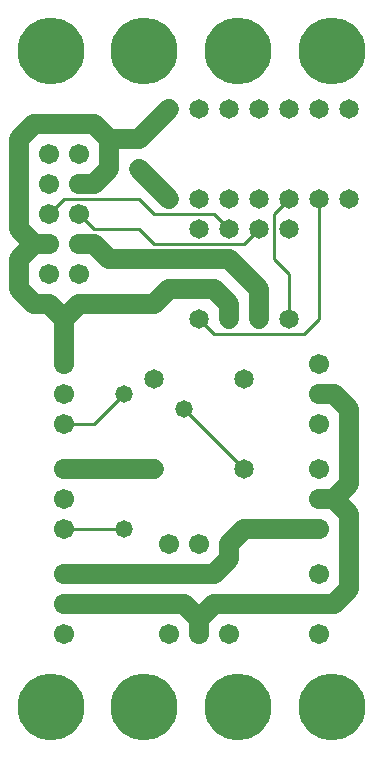
<source format=gbl>
%MOIN*%
%FSLAX25Y25*%
G04 D10 used for Character Trace; *
G04     Circle (OD=.01000) (No hole)*
G04 D11 used for Power Trace; *
G04     Circle (OD=.06500) (No hole)*
G04 D12 used for Signal Trace; *
G04     Circle (OD=.01100) (No hole)*
G04 D13 used for Via; *
G04     Circle (OD=.05800) (Round. Hole ID=.02800)*
G04 D14 used for Component hole; *
G04     Circle (OD=.06500) (Round. Hole ID=.03500)*
G04 D15 used for Component hole; *
G04     Circle (OD=.06700) (Round. Hole ID=.04300)*
G04 D16 used for Component hole; *
G04     Circle (OD=.08100) (Round. Hole ID=.05100)*
G04 D17 used for Component hole; *
G04     Circle (OD=.08900) (Round. Hole ID=.05900)*
G04 D18 used for Component hole; *
G04     Circle (OD=.11300) (Round. Hole ID=.08300)*
G04 D19 used for Component hole; *
G04     Circle (OD=.16000) (Round. Hole ID=.13000)*
G04 D20 used for Component hole; *
G04     Circle (OD=.18300) (Round. Hole ID=.15300)*
G04 D21 used for Component hole; *
G04     Circle (OD=.22291) (Round. Hole ID=.19291)*
%ADD10C,.01000*%
%ADD11C,.06500*%
%ADD12C,.01100*%
%ADD13C,.05800*%
%ADD14C,.06500*%
%ADD15C,.06700*%
%ADD16C,.08100*%
%ADD17C,.08900*%
%ADD18C,.11300*%
%ADD19C,.16000*%
%ADD20C,.18300*%
%ADD21C,.22291*%
%IPPOS*%
%LPD*%
G90*X0Y0D02*D21*X15625Y15625D03*D15*              
X20000Y40000D03*D21*X46875Y15625D03*D15*          
X20000Y50000D03*D11*X60000D01*X65000Y45000D01*    
Y40000D01*D15*D03*D11*Y45000D02*X70000Y50000D01*  
X105000D01*D15*D03*D11*X110000D01*                
X115000Y55000D01*Y80000D01*X110000Y85000D01*      
X105000D01*D15*D03*D11*X110000D02*                
X115000Y90000D01*Y115000D01*X110000Y120000D01*    
X105000D01*D15*D03*Y130000D03*Y110000D03*D12*     
X70000Y140000D02*X100000D01*X70000D02*            
X65000Y145000D01*D14*D03*X55000Y155000D03*D11*    
X50000Y150000D01*X25000D01*X20000Y145000D01*      
Y130000D01*D15*D03*Y120000D03*D11*Y145000D02*     
X15000Y150000D01*X10000D01*X5000Y155000D01*       
Y165000D01*X10000Y170000D01*X15000D01*D15*D03*D11*
X10000D02*X5000Y175000D01*Y205000D01*             
X10000Y210000D01*X30000D01*X35000Y205000D01*      
Y195000D01*X30000Y190000D01*X25000D01*D15*D03*D12*
X15000Y180000D02*X20000Y185000D01*D15*            
X15000Y180000D03*D12*X20000Y185000D02*X45000D01*  
X50000Y180000D01*X70000D01*X75000Y175000D01*D14*  
D03*D12*X50000Y170000D02*X80000D01*X50000D02*     
X45000Y175000D01*X30000D01*X25000Y180000D01*D15*  
D03*X15000Y190000D03*X25000Y170000D03*D11*        
X30000D01*X35000Y165000D01*X55000D01*D14*D03*D11* 
X75000D01*X85000Y155000D01*Y145000D01*D14*D03*D11*
X75000D02*Y150000D01*D14*Y145000D03*D11*          
Y150000D02*X70000Y155000D01*X55000D01*D14*        
X65000Y175000D03*D12*X80000Y170000D02*            
X85000Y175000D01*D14*D03*D12*X90000Y165000D02*    
Y180000D01*X95000Y160000D02*X90000Y165000D01*     
X95000Y145000D02*Y160000D01*D14*Y145000D03*D12*   
X100000Y140000D02*X105000Y145000D01*Y185000D01*   
D14*D03*X95000Y175000D03*X115000Y185000D03*       
X95000D03*D12*X90000Y180000D01*D14*               
X85000Y185000D03*X75000D03*X65000D03*             
X55000Y215000D03*D11*X45000Y205000D01*D14*D03*D11*
X35000D01*D14*X45000Y195000D03*D11*               
X55000Y185000D01*D14*D03*X85000Y215000D03*        
X75000D03*D15*X25000Y200000D03*D14*               
X65000Y215000D03*D15*X25000Y160000D03*            
X15000Y200000D03*Y160000D03*D14*X95000Y215000D03* 
D21*X78125Y234375D03*X46875D03*D14*               
X105000Y215000D03*D21*X15625Y234375D03*X109375D03*
D14*X50000Y125000D03*X80000D03*X115000Y215000D03* 
D13*X40000Y120000D03*D12*X30000Y110000D01*        
X20000D01*D15*D03*Y95000D03*D11*X50000D01*D14*D03*
D13*X60000Y115000D03*D12*X80000Y95000D01*D14*D03* 
D11*X75000Y70000D02*X80000Y75000D01*D15*          
X75000Y70000D03*D11*Y65000D01*X70000Y60000D01*    
X55000D01*D13*D03*D11*X20000D01*D15*D03*Y75000D03*
D12*X40000D01*D13*D03*D15*X55000Y70000D03*        
X20000Y85000D03*X65000Y70000D03*X75000Y40000D03*  
X55000D03*D11*X80000Y75000D02*X105000D01*D15*D03* 
Y60000D03*Y95000D03*Y40000D03*D21*X78125Y15625D03*
X109375D03*M02*                                   

</source>
